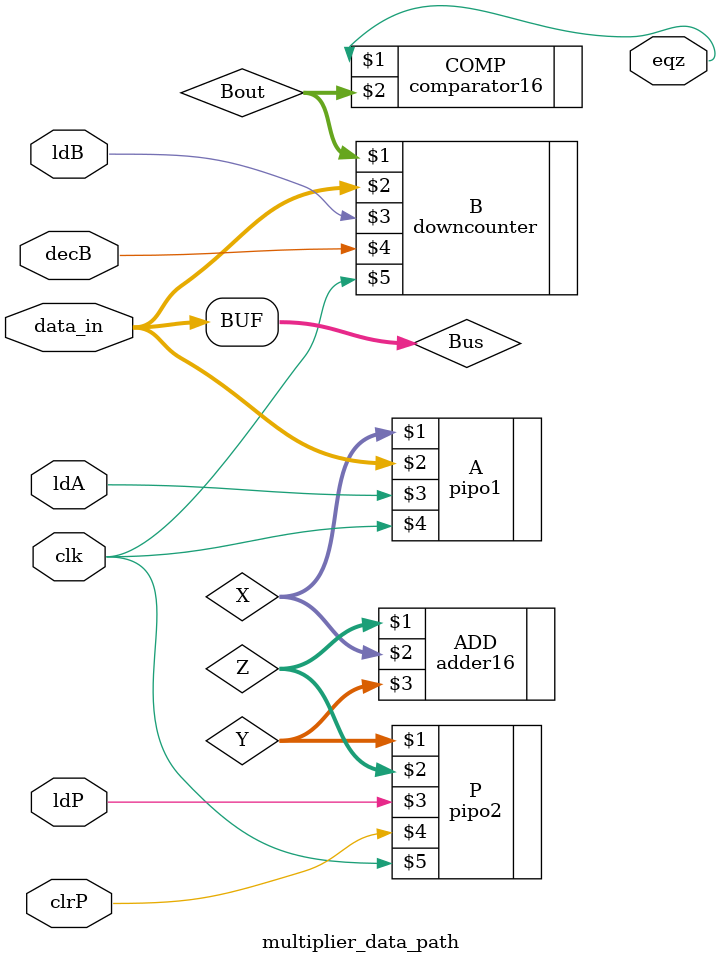
<source format=v>
module multiplier_data_path(eqz, data_in, clk, ldA, ldB, decB, ldP, clrP);
	input[15:0] data_in;
	input clk, ldA, ldB, decB, ldP, clrP;
	output eqz;
	wire[15:0] X, Y, Z, Bus, Bout;

	assign Bus = data_in;

	//Module Instantiations
	pipo1 A(X, Bus, ldA, clk);
	downcounter B(Bout, Bus, ldB, decB, clk);
	pipo2 P(Y, Z, ldP, clrP, clk);
	adder16 ADD(Z, X, Y);
	comparator16 COMP(eqz, Bout);
endmodule

</source>
